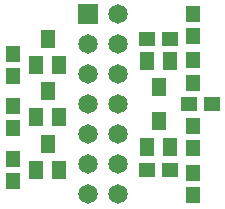
<source format=gts>
G04*
G04 #@! TF.GenerationSoftware,Altium Limited,Altium Designer,18.1.9 (240)*
G04*
G04 Layer_Color=8388736*
%FSLAX25Y25*%
%MOIN*%
G70*
G01*
G75*
%ADD13R,0.04537X0.06112*%
%ADD14R,0.05512X0.05118*%
%ADD15R,0.05118X0.05512*%
%ADD16C,0.06506*%
%ADD17R,0.06506X0.06506*%
D13*
X189500Y255331D02*
D03*
X193240Y246669D02*
D03*
X185760D02*
D03*
X226500Y262831D02*
D03*
X230240Y254169D02*
D03*
X222760D02*
D03*
X189500Y272831D02*
D03*
X193240Y264169D02*
D03*
X185760D02*
D03*
X226500Y274169D02*
D03*
X222760Y282831D02*
D03*
X230240D02*
D03*
X189500Y290331D02*
D03*
X193240Y281669D02*
D03*
X185760D02*
D03*
D14*
X230240Y290331D02*
D03*
X222760D02*
D03*
X244240Y268500D02*
D03*
X236760D02*
D03*
X222760Y246669D02*
D03*
X230240D02*
D03*
D15*
X238000Y283169D02*
D03*
Y275689D02*
D03*
Y291189D02*
D03*
Y298669D02*
D03*
Y253760D02*
D03*
Y261240D02*
D03*
Y245669D02*
D03*
Y238189D02*
D03*
X178000Y285409D02*
D03*
Y277929D02*
D03*
Y267910D02*
D03*
Y260429D02*
D03*
Y250410D02*
D03*
Y242929D02*
D03*
D16*
X213000Y238500D02*
D03*
X203000D02*
D03*
X213000Y248500D02*
D03*
X203000D02*
D03*
X213000Y258500D02*
D03*
X203000D02*
D03*
X213000Y268500D02*
D03*
X203000D02*
D03*
X213000Y278500D02*
D03*
X203000D02*
D03*
X213000Y288500D02*
D03*
X203000D02*
D03*
X213000Y298500D02*
D03*
D17*
X203000D02*
D03*
M02*

</source>
